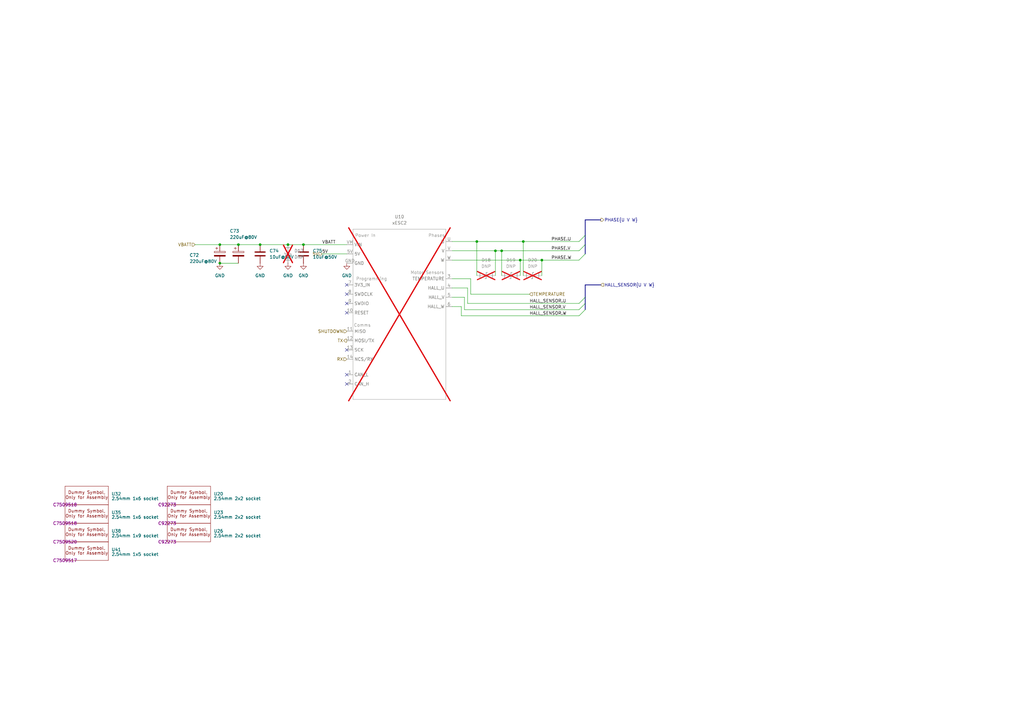
<source format=kicad_sch>
(kicad_sch (version 20250114) (generator "eeschema") (generator_version "9.0")
  (paper "A3")
  (title_block (title "OpenMower SABO Mainboard for Series I & II") (date "2025-05-22") (rev "v0.2") (company "Apeheanger <joerg@ebeling.ws> for OpenMower") (comment 1 "This design is licensed under CC BY-NC 4.0"))
  (lib_symbols
    (symbol "Device:C" (pin_numbers (hide yes)) (pin_names (offset 0.254))
      (property "Reference" "C" (at 0.635 2.54 0))
      (property "Value" "C" (at 0.635 -2.54 0))
      (symbol "C_0_1"
        (polyline (pts (xy -2.032 0.762) (xy 2.032 0.762)) (stroke (width 0.508)))
        (polyline (pts (xy -2.032 -0.762) (xy 2.032 -0.762)) (stroke (width 0.508)))
      )
      (symbol "C_1_1"
        (pin passive line (at 0 3.81 270) (length 2.794) (name "~") (number "1"))
        (pin passive line (at 0 -3.81 90) (length 2.794) (name "~") (number "2"))
      )
    )
    (symbol "Device:C_Polarized" (pin_numbers (hide yes)) (pin_names (offset 0.254))
      (property "Reference" "C" (at 0.635 2.54 0))
      (property "Value" "C_Polarized" (at 0.635 -2.54 0))
      (symbol "C_Polarized_0_1"
        (rectangle (start -2.286 0.508) (end 2.286 1.016))
        (polyline (pts (xy -1.778 2.286) (xy -0.762 2.286)))
        (polyline (pts (xy -1.27 2.794) (xy -1.27 1.778)))
        (rectangle (start 2.286 -0.508) (end -2.286 -1.016) (fill (type outline)))
      )
      (symbol "C_Polarized_1_1"
        (pin passive line (at 0 3.81 270) (length 2.794) (name "~") (number "1"))
        (pin passive line (at 0 -3.81 90) (length 2.794) (name "~") (number "2"))
      )
    )
    (symbol "Device:D_TVS" (pin_numbers (hide yes)) (pin_names (offset 1.016) (hide yes))
      (property "Reference" "D" (at 0 2.54 0))
      (property "Value" "D_TVS" (at 0 -2.54 0))
      (symbol "D_TVS_0_1"
        (polyline (pts (xy -2.54 1.27) (xy -2.54 -1.27) (xy 2.54 1.27) (xy 2.54 -1.27) (xy -2.54 1.27)) (stroke (width 0.254)))
        (polyline (pts (xy 0.508 1.27) (xy 0 1.27) (xy 0 -1.27) (xy -0.508 -1.27)) (stroke (width 0.254)))
        (polyline (pts (xy 1.27 0) (xy -1.27 0)))
      )
      (symbol "D_TVS_1_1"
        (pin passive line (at -3.81 0 0) (length 2.54) (name "A1") (number "1"))
        (pin passive line (at 3.81 0 180) (length 2.54) (name "A2") (number "2"))
      )
    )
    (symbol "power:GND" (power) (pin_numbers (hide yes)) (pin_names (offset 0) (hide yes))
      (property "Value" "GND" (at 0 -3.81 0))
      (symbol "GND_0_1"
        (polyline (pts (xy 0 0) (xy 0 -1.27) (xy 1.27 -1.27) (xy 0 -2.54) (xy -1.27 -1.27) (xy 0 -1.27)))
      )
      (symbol "GND_1_1"
        (pin power_in line (at 0 0 270) (length 0) (name "~") (number "1"))
      )
    )
    (symbol "xESC2:xESC2"
      (property "Reference" "U" (at -2.54 -22.86 0))
      (property "Value" "xESC2" (at -2.54 -25.4 0))
      (symbol "xESC2_0_0"
        (text "Comms" (at -17.78 10.16 0) (effects (font (size 1.27 1.27))))
        (text "Power In" (at -16.51 46.99 0) (effects (font (size 1.27 1.27))))
        (text "Programming" (at -13.97 29.21 0) (effects (font (size 1.27 1.27))))
        (text "Motor Sensors" (at 8.89 31.75 0) (effects (font (size 1.27 1.27))))
        (text "Phases" (at 12.7 46.99 0) (effects (font (size 1.27 1.27))))
      )
      (symbol "xESC2_0_1"
        (rectangle (start -21.59 49.53) (end 16.51 -20.32))
      )
      (symbol "xESC2_1_1"
        (pin input line (at -24.13 43.18 0) (length 2.54) (name "VIN") (number "VM"))
        (pin input line (at -24.13 39.37 0) (length 2.54) (name "5V") (number "5V"))
        (pin input line (at -24.13 35.56 0) (length 2.54) (name "GND") (number "GND"))
        (pin input line (at -24.13 26.67 0) (length 2.54) (name "3V3_IN") (number "7"))
        (pin input line (at -24.13 22.86 0) (length 2.54) (name "SWDCLK") (number "8"))
        (pin input line (at -24.13 19.05 0) (length 2.54) (name "SWDIO") (number "9"))
        (pin input line (at -24.13 15.24 0) (length 2.54) (name "RESET") (number "10"))
        (pin input line (at -24.13 7.62 0) (length 2.54) (name "MISO") (number "11"))
        (pin input line (at -24.13 3.81 0) (length 2.54) (name "MOSI/TX") (number "12"))
        (pin input line (at -24.13 0 0) (length 2.54) (name "SCK") (number "13"))
        (pin input line (at -24.13 -3.81 0) (length 2.54) (name "NCS/RX") (number "14"))
        (pin input line (at -24.13 -10.16 0) (length 2.54) (name "CAN_L") (number "1"))
        (pin input line (at -24.13 -13.97 0) (length 2.54) (name "CAN_H") (number "2"))
        (pin output line (at 19.05 44.45 180) (length 2.54) (name "U") (number "U"))
        (pin output line (at 19.05 40.64 180) (length 2.54) (name "V") (number "V"))
        (pin output line (at 19.05 36.83 180) (length 2.54) (name "W") (number "W"))
        (pin input line (at 19.05 29.21 180) (length 2.54) (name "TEMPERATURE") (number "3"))
        (pin input line (at 19.05 25.4 180) (length 2.54) (name "HALL_U") (number "4"))
        (pin input line (at 19.05 21.59 180) (length 2.54) (name "HALL_V") (number "5"))
        (pin input line (at 19.05 17.78 180) (length 2.54) (name "HALL_W") (number "6"))
      )
    )
    (symbol "xtech:Dummy"
      (property "Reference" "U" (at 0 0 0))
      (symbol "Dummy_0_1"
        (rectangle (start 0 7.62) (end 17.78 0))
      )
      (symbol "Dummy_1_1"
        (text "Dummy Symbol,\nOnly for Assembly" (at 8.89 4.064 0) (effects (font (size 1.27 1.27))))
      )
    )
  )
  (junction (at 203.2 102.87))
  (junction (at 124.46 100.33))
  (junction (at 118.11 100.33))
  (junction (at 106.68 100.33))
  (junction (at 97.79 100.33))
  (junction (at 214.63 99.06))
  (junction (at 195.58 99.06))
  (junction (at 205.74 102.87))
  (junction (at 90.17 100.33))
  (junction (at 213.36 106.68))
  (junction (at 222.25 106.68))
  (junction (at 90.17 107.95))
  (no_connect (at 142.24 120.65))
  (no_connect (at 142.24 153.67))
  (no_connect (at 142.24 143.51))
  (no_connect (at 142.24 128.27))
  (no_connect (at 142.24 116.84))
  (no_connect (at 142.24 124.46))
  (no_connect (at 142.24 157.48))
  (bus_entry (at 237.49 102.87) (size 2.54 -2.54))
  (bus_entry (at 237.49 127) (size 2.54 -2.54))
  (bus_entry (at 237.49 129.54) (size 2.54 -2.54))
  (bus_entry (at 237.49 99.06) (size 2.54 -2.54))
  (bus_entry (at 237.49 106.68) (size 2.54 -2.54))
  (bus_entry (at 237.49 124.46) (size 2.54 -2.54))
  (wire (pts (xy 205.74 102.87) (xy 205.74 113.03)))
  (wire (pts (xy 203.2 102.87) (xy 203.2 113.03)))
  (bus (pts (xy 240.03 116.84) (xy 246.38 116.84)))
  (wire (pts (xy 185.42 102.87) (xy 203.2 102.87)))
  (wire (pts (xy 189.23 125.73) (xy 189.23 129.54)))
  (bus (pts (xy 240.03 96.52) (xy 240.03 100.33)))
  (wire (pts (xy 214.63 99.06) (xy 237.49 99.06)))
  (wire (pts (xy 195.58 99.06) (xy 214.63 99.06)))
  (wire (pts (xy 132.08 104.14) (xy 142.24 104.14)))
  (wire (pts (xy 203.2 102.87) (xy 205.74 102.87)))
  (wire (pts (xy 90.17 100.33) (xy 97.79 100.33)))
  (wire (pts (xy 222.25 106.68) (xy 237.49 106.68)))
  (wire (pts (xy 80.01 100.33) (xy 90.17 100.33)))
  (wire (pts (xy 191.77 118.11) (xy 191.77 124.46)))
  (wire (pts (xy 214.63 99.06) (xy 214.63 113.03)))
  (wire (pts (xy 185.42 125.73) (xy 189.23 125.73)))
  (wire (pts (xy 190.5 127) (xy 237.49 127)))
  (wire (pts (xy 189.23 129.54) (xy 237.49 129.54)))
  (bus (pts (xy 240.03 121.92) (xy 240.03 116.84)))
  (wire (pts (xy 97.79 100.33) (xy 106.68 100.33)))
  (wire (pts (xy 185.42 106.68) (xy 213.36 106.68)))
  (wire (pts (xy 222.25 106.68) (xy 222.25 113.03)))
  (bus (pts (xy 240.03 127) (xy 240.03 124.46)))
  (wire (pts (xy 124.46 100.33) (xy 142.24 100.33)))
  (bus (pts (xy 246.38 90.17) (xy 240.03 90.17)))
  (wire (pts (xy 118.11 100.33) (xy 124.46 100.33)))
  (wire (pts (xy 106.68 100.33) (xy 118.11 100.33)))
  (wire (pts (xy 190.5 121.92) (xy 190.5 127)))
  (wire (pts (xy 185.42 99.06) (xy 195.58 99.06)))
  (wire (pts (xy 195.58 99.06) (xy 195.58 113.03)))
  (wire (pts (xy 213.36 113.03) (xy 213.36 106.68)))
  (bus (pts (xy 240.03 100.33) (xy 240.03 104.14)))
  (wire (pts (xy 191.77 124.46) (xy 237.49 124.46)))
  (wire (pts (xy 193.04 114.3) (xy 193.04 120.65)))
  (wire (pts (xy 185.42 114.3) (xy 193.04 114.3)))
  (bus (pts (xy 240.03 90.17) (xy 240.03 96.52)))
  (wire (pts (xy 90.17 107.95) (xy 97.79 107.95)))
  (wire (pts (xy 185.42 121.92) (xy 190.5 121.92)))
  (bus (pts (xy 240.03 124.46) (xy 240.03 121.92)))
  (wire (pts (xy 213.36 106.68) (xy 222.25 106.68)))
  (wire (pts (xy 193.04 120.65) (xy 217.17 120.65)))
  (wire (pts (xy 205.74 102.87) (xy 237.49 102.87)))
  (wire (pts (xy 185.42 118.11) (xy 191.77 118.11)))
  (label "HALL_SENSOR.W" (at 217.17 129.54 0))
  (label "PHASE.W" (at 226.06 106.68 0))
  (label "HALL_SENSOR.U" (at 217.17 124.46 0))
  (label "5V" (at 132.08 104.14 0))
  (label "PHASE.V" (at 226.06 102.87 0))
  (label "PHASE.U" (at 226.06 99.06 0))
  (label "VBATT" (at 132.08 100.33 0))
  (label "HALL_SENSOR.V" (at 217.17 127 0))
  (hierarchical_label "PHASE{U V W}" (shape output) (at 246.38 90.17 0))
  (hierarchical_label "5V" (shape input) (at 132.08 104.14 180))
  (hierarchical_label "RX" (shape input) (at 142.24 147.32 180))
  (hierarchical_label "HALL_SENSOR{U V W}" (shape input) (at 246.38 116.84 0))
  (hierarchical_label "TEMPERATURE" (shape input) (at 217.17 120.65 0))
  (hierarchical_label "VBATT" (shape input) (at 80.01 100.33 180))
  (hierarchical_label "SHUTDOWN" (shape input) (at 142.24 135.89 180))
  (hierarchical_label "TX" (shape output) (at 142.24 139.7 180))
  (symbol (lib_id "xtech:Dummy") (at 26.67 229.87 0) (unit 1)
    (property "Reference" "U39" (at 45.72 225.4249 0) (effects (justify left)))
    (property "Value" "2.54mm 1x5 socket" (at 45.72 227.33 0) (effects (justify left)))
    (property "Footprint" "xtech:Dummy" (effects (hide yes)))
    (property "LCSC Part #" "C7509517" (at 26.67 229.87 0))
    (instances (project "hw-openmower-sabo" (path "" (reference "U41") (unit 1)) (path "" (reference "U39") (unit 1)) (path "" (reference "U40") (unit 1))))
  )
  (symbol (lib_id "Device:D_TVS") (at 118.11 104.14 90) (unit 1) (dnp yes)
    (property "Reference" "D7" (at 120.65 102.8699 90) (effects (justify right)))
    (property "Value" "DNP" (at 120.65 105.4099 90) (effects (justify right)))
    (property "Footprint" "Diode_SMD:D_SMA" (effects (hide yes)))
    (property "DNP" "Y" (effects (hide yes)))
    (instances (project "hw-openmower-sabo" (path "" (reference "D17") (unit 1)) (path "" (reference "D7") (unit 1)) (path "" (reference "D11") (unit 1))))
  )
  (symbol (lib_id "xESC2:xESC2") (at 166.37 143.51 0) (unit 1) (dnp yes)
    (property "Reference" "U8" (at 163.83 88.9 0))
    (property "Value" "xESC2" (at 163.83 91.44 0))
    (property "Footprint" "xtech:xESC2-mini" (effects (hide yes)))
    (instances (project "hw-openmower-sabo" (path "" (reference "U10") (unit 1)) (path "" (reference "U8") (unit 1)) (path "" (reference "U9") (unit 1))))
  )
  (symbol (lib_id "Device:D_TVS") (at 218.44 113.03 180) (unit 1) (dnp yes)
    (property "Reference" "D10" (at 218.44 106.68 0))
    (property "Value" "DNP" (at 218.44 109.22 0))
    (property "Footprint" "Diode_SMD:D_SMB" (effects (hide yes)))
    (property "DNP" "Y" (effects (hide yes)))
    (instances (project "hw-openmower-sabo" (path "" (reference "D20") (unit 1)) (path "" (reference "D10") (unit 1)) (path "" (reference "D14") (unit 1))))
  )
  (symbol (lib_id "xtech:Dummy") (at 68.58 207.01 0) (unit 1)
    (property "Reference" "U18" (at 87.63 202.5649 0) (effects (justify left)))
    (property "Value" "2.54mm 2x2 socket" (at 87.63 204.47 0) (effects (justify left)))
    (property "Footprint" "xtech:Dummy" (effects (hide yes)))
    (property "LCSC Part #" "C92273" (at 68.58 207.01 0))
    (instances (project "hw-openmower-sabo" (path "" (reference "U20") (unit 1)) (path "" (reference "U18") (unit 1)) (path "" (reference "U19") (unit 1))))
  )
  (symbol (lib_id "Device:C") (at 124.46 104.14 0) (unit 1)
    (property "Reference" "C67" (at 128.27 102.8699 0) (effects (justify left)))
    (property "Value" "10uF@50V" (at 128.27 105.4099 0) (effects (justify left)))
    (property "Footprint" "Capacitor_SMD:C_1206_3216Metric" (effects (hide yes)))
    (property "Description" "Unpolarized capacitor" (effects (hide yes)))
    (property "JLC" "C13585" (effects (hide yes)))
    (instances (project "hw-openmower-sabo" (path "" (reference "C75") (unit 1)) (path "" (reference "C67") (unit 1)) (path "" (reference "C71") (unit 1))))
  )
  (symbol (lib_id "xtech:Dummy") (at 26.67 222.25 0) (unit 1)
    (property "Reference" "U36" (at 45.72 217.8049 0) (effects (justify left)))
    (property "Value" "2.54mm 1x9 socket" (at 45.72 219.71 0) (effects (justify left)))
    (property "Footprint" "xtech:Dummy" (effects (hide yes)))
    (property "LCSC Part #" "C7509520" (at 26.67 222.25 0))
    (instances (project "hw-openmower-sabo" (path "" (reference "U38") (unit 1)) (path "" (reference "U36") (unit 1)) (path "" (reference "U37") (unit 1))))
  )
  (symbol (lib_id "power:GND") (at 142.24 107.95 0) (unit 1)
    (property "Reference" "#PWR0125" (effects (hide yes)))
    (property "Value" "GND" (at 142.24 113.03 0))
    (property "Description" "Power symbol creates a global label with name \"GND\" , ground" (effects (hide yes)))
    (instances (project "hw-openmower-sabo" (path "" (reference "#PWR0137") (unit 1)) (path "" (reference "#PWR0125") (unit 1)) (path "" (reference "#PWR0131") (unit 1))))
  )
  (symbol (lib_id "xtech:Dummy") (at 26.67 214.63 0) (unit 1)
    (property "Reference" "U33" (at 45.72 210.1849 0) (effects (justify left)))
    (property "Value" "2.54mm 1x6 socket" (at 45.72 212.09 0) (effects (justify left)))
    (property "Footprint" "xtech:Dummy" (effects (hide yes)))
    (property "LCSC Part #" "C7509518" (at 26.67 214.63 0))
    (instances (project "hw-openmower-sabo" (path "" (reference "U35") (unit 1)) (path "" (reference "U33") (unit 1)) (path "" (reference "U34") (unit 1))))
  )
  (symbol (lib_id "xtech:Dummy") (at 26.67 207.01 0) (unit 1)
    (property "Reference" "U30" (at 45.72 202.5649 0) (effects (justify left)))
    (property "Value" "2.54mm 1x6 socket" (at 45.72 204.47 0) (effects (justify left)))
    (property "Footprint" "xtech:Dummy" (effects (hide yes)))
    (property "LCSC Part #" "C7509518" (at 26.67 207.01 0))
    (instances (project "hw-openmower-sabo" (path "" (reference "U32") (unit 1)) (path "" (reference "U30") (unit 1)) (path "" (reference "U31") (unit 1))))
  )
  (symbol (lib_id "xtech:Dummy") (at 68.58 214.63 0) (unit 1)
    (property "Reference" "U21" (at 87.63 210.1849 0) (effects (justify left)))
    (property "Value" "2.54mm 2x2 socket" (at 87.63 212.09 0) (effects (justify left)))
    (property "Footprint" "xtech:Dummy" (effects (hide yes)))
    (property "LCSC Part #" "C92273" (at 68.58 214.63 0))
    (instances (project "hw-openmower-sabo" (path "" (reference "U23") (unit 1)) (path "" (reference "U21") (unit 1)) (path "" (reference "U22") (unit 1))))
  )
  (symbol (lib_id "power:GND") (at 106.68 107.95 0) (unit 1)
    (property "Reference" "#PWR0122" (effects (hide yes)))
    (property "Value" "GND" (at 106.68 113.03 0))
    (property "Description" "Power symbol creates a global label with name \"GND\" , ground" (effects (hide yes)))
    (instances (project "hw-openmower-sabo" (path "" (reference "#PWR0134") (unit 1)) (path "" (reference "#PWR0122") (unit 1)) (path "" (reference "#PWR0128") (unit 1))))
  )
  (symbol (lib_id "Device:C_Polarized") (at 90.17 104.14 0) (unit 1)
    (property "Reference" "C64" (at 77.724 104.648 0) (effects (justify left)))
    (property "Value" "220uF@80V" (at 77.724 107.188 0) (effects (justify left)))
    (property "Footprint" "Capacitor_THT:CP_Radial_D10.0mm_P5.00mm" (effects (hide yes)))
    (property "Description" "220uF 80V Plugin,D10xL16mm  Aluminum Electrolytic Capacitors - Leaded ROHS" (effects (hide yes)))
    (property "JLC" "C2937593 " (effects (hide yes)))
    (instances (project "hw-openmower-sabo" (path "" (reference "C72") (unit 1)) (path "" (reference "C64") (unit 1)) (path "" (reference "C68") (unit 1))))
  )
  (symbol (lib_id "Device:D_TVS") (at 199.39 113.03 180) (unit 1) (dnp yes)
    (property "Reference" "D8" (at 199.39 106.68 0))
    (property "Value" "DNP" (at 199.39 109.22 0))
    (property "Footprint" "Diode_SMD:D_SMB" (effects (hide yes)))
    (property "DNP" "Y" (effects (hide yes)))
    (instances (project "hw-openmower-sabo" (path "" (reference "D18") (unit 1)) (path "" (reference "D8") (unit 1)) (path "" (reference "D12") (unit 1))))
  )
  (symbol (lib_id "Device:C") (at 106.68 104.14 0) (unit 1)
    (property "Reference" "C66" (at 110.49 102.8699 0) (effects (justify left)))
    (property "Value" "10uF@50V" (at 110.49 105.4099 0) (effects (justify left)))
    (property "Footprint" "Capacitor_SMD:C_1206_3216Metric" (effects (hide yes)))
    (property "Description" "Unpolarized capacitor" (effects (hide yes)))
    (property "JLC" "C13585" (effects (hide yes)))
    (instances (project "hw-openmower-sabo" (path "" (reference "C74") (unit 1)) (path "" (reference "C66") (unit 1)) (path "" (reference "C70") (unit 1))))
  )
  (symbol (lib_id "Device:C_Polarized") (at 97.79 104.14 0) (unit 1)
    (property "Reference" "C65" (at 94.234 94.742 0) (effects (justify left)))
    (property "Value" "220uF@80V" (at 94.234 97.282 0) (effects (justify left)))
    (property "Footprint" "Capacitor_THT:CP_Radial_D10.0mm_P5.00mm" (effects (hide yes)))
    (property "Description" "220uF 80V Plugin,D10xL16mm  Aluminum Electrolytic Capacitors - Leaded ROHS" (effects (hide yes)))
    (property "JLC" "C2937593 " (effects (hide yes)))
    (instances (project "hw-openmower-sabo" (path "" (reference "C73") (unit 1)) (path "" (reference "C65") (unit 1)) (path "" (reference "C69") (unit 1))))
  )
  (symbol (lib_id "xtech:Dummy") (at 68.58 222.25 0) (unit 1)
    (property "Reference" "U24" (at 87.63 217.8049 0) (effects (justify left)))
    (property "Value" "2.54mm 2x2 socket" (at 87.63 219.71 0) (effects (justify left)))
    (property "Footprint" "xtech:Dummy" (effects (hide yes)))
    (property "LCSC Part #" "C92273" (at 68.58 222.25 0))
    (instances (project "hw-openmower-sabo" (path "" (reference "U26") (unit 1)) (path "" (reference "U24") (unit 1)) (path "" (reference "U25") (unit 1))))
  )
  (symbol (lib_id "power:GND") (at 124.46 107.95 0) (unit 1)
    (property "Reference" "#PWR0124" (effects (hide yes)))
    (property "Value" "GND" (at 124.46 113.03 0))
    (property "Description" "Power symbol creates a global label with name \"GND\" , ground" (effects (hide yes)))
    (instances (project "hw-openmower-sabo" (path "" (reference "#PWR0136") (unit 1)) (path "" (reference "#PWR0124") (unit 1)) (path "" (reference "#PWR0130") (unit 1))))
  )
  (symbol (lib_id "power:GND") (at 118.11 107.95 0) (unit 1)
    (property "Reference" "#PWR0123" (effects (hide yes)))
    (property "Value" "GND" (at 118.11 113.03 0))
    (property "Description" "Power symbol creates a global label with name \"GND\" , ground" (effects (hide yes)))
    (instances (project "hw-openmower-sabo" (path "" (reference "#PWR0135") (unit 1)) (path "" (reference "#PWR0123") (unit 1)) (path "" (reference "#PWR0129") (unit 1))))
  )
  (symbol (lib_id "power:GND") (at 90.17 107.95 0) (unit 1)
    (property "Reference" "#PWR0121" (effects (hide yes)))
    (property "Value" "GND" (at 90.17 113.03 0))
    (property "Description" "Power symbol creates a global label with name \"GND\" , ground" (effects (hide yes)))
    (instances (project "hw-openmower-sabo" (path "" (reference "#PWR0133") (unit 1)) (path "" (reference "#PWR0121") (unit 1)) (path "" (reference "#PWR0127") (unit 1))))
  )
  (symbol (lib_id "Device:D_TVS") (at 209.55 113.03 180) (unit 1) (dnp yes)
    (property "Reference" "D9" (at 209.55 106.68 0))
    (property "Value" "DNP" (at 209.55 109.22 0))
    (property "Footprint" "Diode_SMD:D_SMB" (effects (hide yes)))
    (property "DNP" "Y" (effects (hide yes)))
    (instances (project "hw-openmower-sabo" (path "" (reference "D19") (unit 1)) (path "" (reference "D9") (unit 1)) (path "" (reference "D13") (unit 1))))
  )
)
</source>
